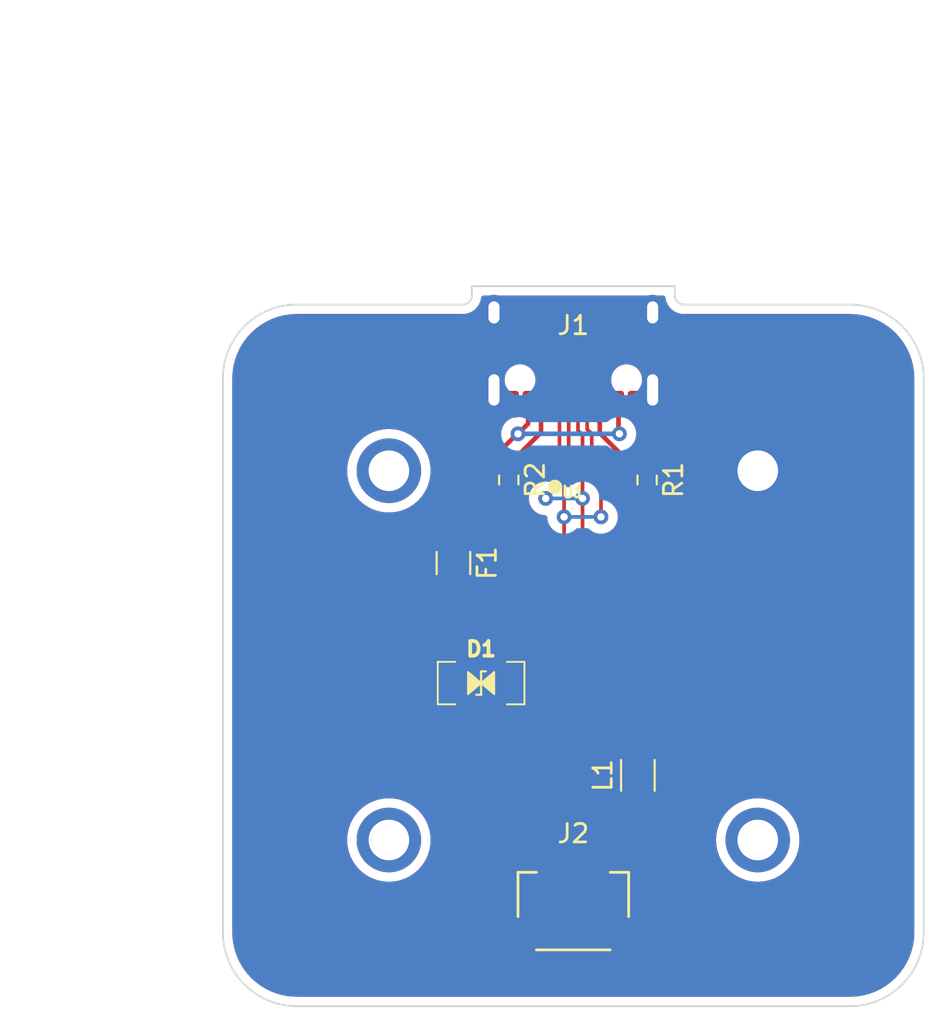
<source format=kicad_pcb>
(kicad_pcb (version 20211014) (generator pcbnew)
  (layers (0 "F.Cu" signal) (31 "B.Cu" signal) (34 "B.Paste" user) (35 "F.Paste" user) (36 "B.SilkS" user "B.Silkscreen") (37 "F.SilkS" user "F.Silkscreen") (38 "B.Mask" user) (39 "F.Mask" user) (44 "Edge.Cuts" user))
  (net 0 "")
  (net 1 "VCC")
  (net 2 "GNDPWR")
  (net 3 "VBUS")
  (net 4 "DA+")
  (net 5 "GND")
  (net 6 "DA-")
  (net 10 "Net-(J1-PadA5)")
  (net 11 "Net-(J1-PadB5)")
  (footprint "ai03 parts:Generic-Mounthole" (layer "F.Cu") (at 165 97)
    (fp_text reference "MH4")
    (fp_text value "Mount-M2")
    (pad "1" thru_hole circle locked (at 0 0) (size 3.5 3.5) (drill 2.2) (layers *.Cu *.Mask))
  )
  (footprint "ai03 parts:Generic-Mounthole" (layer "F.Cu") (at 145 97)
    (fp_text reference "MH3")
    (fp_text value "Mount-M2")
    (pad "1" thru_hole circle locked (at 0 0) (size 3.5 3.5) (drill 2.2) (layers *.Cu *.Mask))
  )
  (footprint "ai03 parts:Generic-Mounthole" (layer "F.Cu") (at 165 77)
    (fp_text reference "MH2")
    (fp_text value "Mount-M2")
    (pad "1" thru_hole circle locked (at 0 0) (size 3.5 3.5) (drill 2.2) (layers *.Cu *.Mask) (net 2 "GNDPWR"))
  )
  (footprint "Resistor_SMD:R_0603_1608Metric" (layer "F.Cu") (at 151.5 77.5 -90)
    (fp_text reference "R2" (at 0 -1.43 90) (layer "F.SilkS"))
    (fp_text value "5.1k")
    (fp_line (start -0.237258 -0.5225) (end 0.237258 -0.5225) (layer "F.SilkS") (width 0.12))
    (fp_line (start -0.237258 0.5225) (end 0.237258 0.5225) (layer "F.SilkS") (width 0.12))
    (pad "1" smd roundrect (at -0.825 0 270) (size 0.8 0.95) (layers "F.Cu" "F.Paste" "F.Mask") (net 11 "Net-(J1-PadB5)"))
    (pad "2" smd roundrect (at 0.825 0 270) (size 0.8 0.95) (layers "F.Cu" "F.Paste" "F.Mask") (net 2 "GNDPWR"))
  )
  (footprint "Acheron Connectors:TYPE-C-31-M-12" (layer "F.Cu") (at 155 74.1225 180)
    (fp_text reference "J1" (at 0 5) (layer "F.SilkS"))
    (fp_text value "TYPE-C-31-M12_13")
    (pad "" np_thru_hole circle locked (at 2.89 2.051 180) (size 0.65 0.65) (drill 0.65) (layers *.Cu *.Mask))
    (pad "" np_thru_hole circle locked (at -2.89 2.051 180) (size 0.65 0.65) (drill 0.65) (layers *.Cu *.Mask))
    (pad "A1" smd roundrect locked (at -3.25 0.725 180) (size 0.6 1.45) (layers "F.Cu" "F.Paste" "F.Mask") (net 2 "GNDPWR"))
    (pad "A4" smd roundrect locked (at -2.45 0.725 180) (size 0.6 1.45) (layers "F.Cu" "F.Paste" "F.Mask") (net 3 "VBUS"))
    (pad "A5" smd roundrect locked (at -1.25 0.725 180) (size 0.3 1.45) (layers "F.Cu" "F.Paste" "F.Mask") (net 10 "Net-(J1-PadA5)"))
    (pad "A6" smd roundrect locked (at -0.254 0.725 180) (size 0.3 1.45) (layers "F.Cu" "F.Paste" "F.Mask") (net 4 "DA+"))
    (pad "A7" smd roundrect locked (at 0.25 0.725 180) (size 0.3 1.45) (layers "F.Cu" "F.Paste" "F.Mask") (net 6 "DA-"))
    (pad "A8" smd roundrect locked (at 1.25 0.725 180) (size 0.3 1.45) (layers "F.Cu" "F.Paste" "F.Mask"))
    (pad "B1" smd roundrect locked (at 3.25 0.725 180) (size 0.6 1.45) (layers "F.Cu" "F.Paste" "F.Mask") (net 2 "GNDPWR"))
    (pad "B4" smd roundrect locked (at 2.45 0.725 180) (size 0.6 1.45) (layers "F.Cu" "F.Paste" "F.Mask") (net 3 "VBUS"))
    (pad "B5" smd roundrect locked (at 1.75 0.725 180) (size 0.3 1.45) (layers "F.Cu" "F.Paste" "F.Mask") (net 11 "Net-(J1-PadB5)"))
    (pad "B6" smd roundrect locked (at 0.75 0.725 180) (size 0.3 1.45) (layers "F.Cu" "F.Paste" "F.Mask") (net 4 "DA+"))
    (pad "B7" smd roundrect locked (at -0.75 0.725 180) (size 0.3 1.45) (layers "F.Cu" "F.Paste" "F.Mask") (net 6 "DA-"))
    (pad "B8" smd roundrect locked (at -1.75 0.725 180) (size 0.3 1.45) (layers "F.Cu" "F.Paste" "F.Mask"))
    (pad "S" thru_hole oval locked (at -4.3 5.7 180) (size 1.3 1.9) (drill oval 0.6 1.2) (layers *.Cu *.Mask) (net 2 "GNDPWR"))
    (pad "S" thru_hole oval locked (at 4.3 1.5 180) (size 1.1 2.2) (drill oval 0.6 1.7) (layers *.Cu *.Mask) (net 2 "GNDPWR"))
    (pad "S" thru_hole oval locked (at 4.3 5.7 180) (size 1.3 1.9) (drill oval 0.6 1.2) (layers *.Cu *.Mask) (net 2 "GNDPWR"))
    (pad "S" thru_hole oval locked (at -4.3 1.5 180) (size 1.1 2.2) (drill oval 0.6 1.7) (layers *.Cu *.Mask) (net 2 "GNDPWR"))
  )
  (footprint "Acheron Components:D_SOD-123_Bidirectional" (layer "F.Cu") (at 150 88.5 180)
    (fp_text reference "D1" (at 0 1.84193) (layer "F.SilkS") (effects (font (size 0.8 0.8) (thickness 0.2))))
    (fp_text value "D_TVS")
    (fp_line (start 2.35 1.15) (end 1.4 1.15) (layer "F.SilkS") (width 0.1016))
    (fp_line (start 2.35 -1.15) (end 1.4 -1.15) (layer "F.SilkS") (width 0.1016))
    (fp_line (start 0 0.635) (end -0.254 0.635) (layer "F.SilkS") (width 0.12))
    (fp_line (start -2.35 -1.15) (end -1.4 -1.15) (layer "F.SilkS") (width 0.1016))
    (fp_line (start 0 -0.635) (end 0.254 -0.635) (layer "F.SilkS") (width 0.12))
    (fp_line (start -2.35 1.15) (end -2.35 -1.15) (layer "F.SilkS") (width 0.1016))
    (fp_line (start 0 0.635) (end 0 -0.635) (layer "F.SilkS") (width 0.12))
    (fp_line (start 2.35 -1.15) (end 2.35 1.15) (layer "F.SilkS") (width 0.1016))
    (fp_line (start -2.35 1.15) (end -1.4 1.15) (layer "F.SilkS") (width 0.1016))
    (fp_poly (pts (xy 0 0) (xy 0.711 -0.6) (xy 0.711 0.6)) (layer "F.SilkS") (width 0.1) (fill solid))
    (fp_poly (pts (xy 0 0) (xy -0.711 0.6) (xy -0.711 -0.6)) (layer "F.SilkS") (width 0.1) (fill solid))
    (pad "1" smd roundrect locked (at -1.65 0 180) (size 1 1.2) (layers "F.Cu" "F.Paste" "F.Mask") (net 2 "GNDPWR"))
    (pad "2" smd roundrect locked (at 1.65 0 180) (size 1 1.2) (layers "F.Cu" "F.Paste" "F.Mask") (net 1 "VCC"))
  )
  (footprint "Fuse:Fuse_1206_3216Metric" (layer "F.Cu") (at 148.5 82 -90)
    (fp_text reference "F1" (at 0 -1.82 90) (layer "F.SilkS"))
    (fp_text value "Polyfuse")
    (fp_line (start -0.602064 -0.91) (end 0.602064 -0.91) (layer "F.SilkS") (width 0.12))
    (fp_line (start -0.602064 0.91) (end 0.602064 0.91) (layer "F.SilkS") (width 0.12))
    (pad "1" smd roundrect (at -1.4 0 270) (size 1.25 1.75) (layers "F.Cu" "F.Paste" "F.Mask") (roundrect_rratio 0.2) (net 3 "VBUS"))
    (pad "2" smd roundrect (at 1.4 0 270) (size 1.25 1.75) (layers "F.Cu" "F.Paste" "F.Mask") (roundrect_rratio 0.2) (net 1 "VCC"))
  )
  (footprint "ai03 parts:Generic-Mounthole" (layer "F.Cu") (at 145 77)
    (fp_text reference "MH1")
    (fp_text value "Mount-M2")
    (pad "1" thru_hole circle locked (at 0 0) (size 3.5 3.5) (drill 2.2) (layers *.Cu *.Mask))
  )
  (footprint "Resistor_SMD:R_0603_1608Metric" (layer "F.Cu") (at 159 77.5 -90)
    (fp_text reference "R1" (at 0 -1.43 90) (layer "F.SilkS"))
    (fp_text value "5.1k")
    (fp_line (start -0.237258 -0.5225) (end 0.237258 -0.5225) (layer "F.SilkS") (width 0.12))
    (fp_line (start -0.237258 0.5225) (end 0.237258 0.5225) (layer "F.SilkS") (width 0.12))
    (pad "1" smd roundrect (at -0.825 0 270) (size 0.8 0.95) (layers "F.Cu" "F.Paste" "F.Mask") (net 10 "Net-(J1-PadA5)"))
    (pad "2" smd roundrect (at 0.825 0 270) (size 0.8 0.95) (layers "F.Cu" "F.Paste" "F.Mask") (net 2 "GNDPWR"))
  )
  (footprint "Inductor_SMD:L_1206_3216Metric" (layer "F.Cu") (at 158.5 93.5 90)
    (fp_text reference "L1" (at 0 -1.9 90) (layer "F.SilkS"))
    (fp_text value "60R@100MHz")
    (fp_line (start -0.835242 0.91) (end 0.835242 0.91) (layer "F.SilkS") (width 0.12))
    (fp_line (start -0.835242 -0.91) (end 0.835242 -0.91) (layer "F.SilkS") (width 0.12))
    (pad "1" smd roundrect (at -1.575 0 90) (size 1.05 1.9) (layers "F.Cu" "F.Paste" "F.Mask") (roundrect_rratio 0.238095) (net 5 "GND"))
    (pad "2" smd roundrect (at 1.575 0 90) (size 1.05 1.9) (layers "F.Cu" "F.Paste" "F.Mask") (roundrect_rratio 0.238095) (net 2 "GNDPWR"))
  )
  (footprint "ai03 parts:JST-SR-4" (layer "F.Cu") (at 155 103.15)
    (fp_text reference "J2" (at 0 -6.5) (layer "F.SilkS"))
    (fp_text value "Conn_01x04")
    (fp_line (start 2 -4.4) (end 3 -4.4) (layer "F.SilkS") (width 0.15))
    (fp_line (start 3 -4.4) (end 3 -2) (layer "F.SilkS") (width 0.15))
    (fp_line (start 2 -0.2) (end -2 -0.2) (layer "F.SilkS") (width 0.15))
    (fp_line (start -3 -4.4) (end -2 -4.4) (layer "F.SilkS") (width 0.15))
    (fp_line (start -3 -2) (end -3 -4.4) (layer "F.SilkS") (width 0.15))
    (pad "" smd rect locked (at -2.8 -0.9) (size 1.2 1.8) (layers "F.Cu" "F.Paste" "F.Mask"))
    (pad "" smd rect locked (at 2.8 -0.9) (size 1.2 1.8) (layers "F.Cu" "F.Paste" "F.Mask"))
    (pad "1" smd rect locked (at -1.5 -4.775) (size 0.6 1.55) (layers "F.Cu" "F.Paste" "F.Mask") (net 1 "VCC"))
    (pad "2" smd rect locked (at -0.5 -4.775) (size 0.6 1.55) (layers "F.Cu" "F.Paste" "F.Mask") (net 6 "DA-"))
    (pad "3" smd rect locked (at 0.5 -4.775) (size 0.6 1.55) (layers "F.Cu" "F.Paste" "F.Mask") (net 4 "DA+"))
    (pad "4" smd rect locked (at 1.5 -4.775) (size 0.6 1.55) (layers "F.Cu" "F.Paste" "F.Mask") (net 5 "GND"))
  )
  (footprint "Acheron Components:USON-10_2.5x1.0mm_P0.5mm" (layer "F.Cu") (at 155 76.885 90)
    (fp_text reference "U1" (at -1.274 0) (layer "F.SilkS") (effects (font (size 0.6 0.6))))
    (fp_text value "TPD4E05U06DQAR" hide)
    (fp_circle (center -1 -1) (end -1 -1) (layer "F.SilkS") (width 0.4) (fill none))
    (pad "1" smd roundrect locked (at -0.385 -1) (size 0.25 0.55) (layers "F.Cu" "F.Paste" "F.Mask") (roundrect_rratio 0.5) (net 4 "DA+"))
    (pad "2" smd rect locked (at -0.385 -0.5) (size 0.25 0.55) (layers "F.Cu" "F.Paste" "F.Mask") (net 6 "DA-"))
    (pad "3" smd rect locked (at -0.385 0) (size 0.3 0.55) (layers "F.Cu" "F.Paste" "F.Mask") (net 2 "GNDPWR"))
    (pad "4" smd rect locked (at -0.385 0.5) (size 0.25 0.55) (layers "F.Cu" "F.Paste" "F.Mask") (net 4 "DA+"))
    (pad "5" smd rect locked (at -0.385 1) (size 0.25 0.55) (layers "F.Cu" "F.Paste" "F.Mask") (net 6 "DA-"))
    (pad "6" smd rect locked (at 0.385 1) (size 0.25 0.55) (layers "F.Cu" "F.Paste" "F.Mask") (net 6 "DA-"))
    (pad "7" smd rect locked (at 0.385 0.5) (size 0.25 0.55) (layers "F.Cu" "F.Paste" "F.Mask") (net 4 "DA+"))
    (pad "8" smd rect locked (at 0.385 0) (size 0.3 0.55) (layers "F.Cu" "F.Paste" "F.Mask") (net 2 "GNDPWR"))
    (pad "9" smd rect locked (at 0.385 -0.5) (size 0.25 0.55) (layers "F.Cu" "F.Paste" "F.Mask") (net 6 "DA-"))
    (pad "10" smd rect locked (at 0.385 -1) (size 0.25 0.55) (layers "F.Cu" "F.Paste" "F.Mask") (net 4 "DA+"))
  )
  (gr_line (start 149 68) (end 140 68) (layer "Edge.Cuts") (width 0.1))
  (gr_arc (start 174 102) (mid 172.828427 104.828427) (end 170 106) (layer "Edge.Cuts") (width 0.1))
  (gr_line (start 149.5 67) (end 160.5 67) (layer "Edge.Cuts") (width 0.1))
  (gr_line (start 136 72) (end 136 102) (layer "Edge.Cuts") (width 0.1))
  (gr_arc (start 149.5 67.5) (mid 149.353553 67.853553) (end 149 68) (layer "Edge.Cuts") (width 0.1))
  (gr_arc (start 170 68) (mid 172.828427 69.171573) (end 174 72) (layer "Edge.Cuts") (width 0.1))
  (gr_line (start 170 68) (end 161 68) (layer "Edge.Cuts") (width 0.1))
  (gr_line (start 160.5 67) (end 160.5 67.5) (layer "Edge.Cuts") (width 0.1))
  (gr_arc (start 136 72) (mid 137.171573 69.171573) (end 140 68) (layer "Edge.Cuts") (width 0.1))
  (gr_line (start 174 72) (end 174 102) (layer "Edge.Cuts") (width 0.1))
  (gr_line (start 149.5 67) (end 149.5 67.5) (layer "Edge.Cuts") (width 0.1))
  (gr_arc (start 140 106) (mid 137.171573 104.828427) (end 136 102) (layer "Edge.Cuts") (width 0.1))
  (gr_line (start 140 106) (end 170 106) (layer "Edge.Cuts") (width 0.1))
  (gr_arc (start 161 68) (mid 160.646447 67.853553) (end 160.5 67.5) (layer "Edge.Cuts") (width 0.1))
  (segment (start 148.35 88.5) (end 148.35 83.55) (width 0.25) (layer "F.Cu") (net 1))
  (segment (start 153.5 98.375) (end 153.5 93.65) (width 0.25) (layer "F.Cu") (net 1))
  (segment (start 153.5 93.65) (end 148.35 88.5) (width 0.25) (layer "F.Cu") (net 1))
  (segment (start 148.35 83.55) (end 148.5 83.4) (width 0.25) (layer "F.Cu") (net 1))
  (segment (start 151.958217 75) (end 152 75) (width 0.25) (layer "F.Cu") (net 3))
  (segment (start 157.45 74.95) (end 157.5 75) (width 0.25) (layer "F.Cu") (net 3))
  (segment (start 157.45 73.3975) (end 157.45 74.95) (width 0.25) (layer "F.Cu") (net 3))
  (segment (start 148.5 78.458217) (end 151.958217 75) (width 0.25) (layer "F.Cu") (net 3))
  (segment (start 152.55 74.45) (end 152.55 73.3975) (width 0.25) (layer "F.Cu") (net 3))
  (segment (start 148.5 80.6) (end 148.5 78.458217) (width 0.25) (layer "F.Cu") (net 3))
  (segment (start 152 75) (end 152.55 74.45) (width 0.25) (layer "F.Cu") (net 3))
  (via (at 152 75) (size 0.8) (drill 0.4) (layers "F.Cu" "B.Cu") (net 3))
  (via (at 157.5 75) (size 0.8) (drill 0.4) (layers "F.Cu" "B.Cu") (net 3))
  (segment (start 157.5 75) (end 152 75) (width 0.25) (layer "B.Cu") (net 3))
  (segment (start 154 78) (end 153.5 78.5) (width 0.2) (layer "F.Cu") (net 4))
  (segment (start 155.5 78.5) (end 155.5 76.5) (width 0.2) (layer "F.Cu") (net 4))
  (segment (start 154 77.27) (end 154 78) (width 0.2) (layer "F.Cu") (net 4))
  (segment (start 154 75.910972) (end 154 77.27) (width 0.2) (layer "F.Cu") (net 4))
  (segment (start 155.5 76.5) (end 155.5 75.065006) (width 0.2) (layer "F.Cu") (net 4))
  (segment (start 154.25 73.3975) (end 154.25 75.660972) (width 0.2) (layer "F.Cu") (net 4))
  (segment (start 155.254 74.819006) (end 155.254 73.3975) (width 0.2) (layer "F.Cu") (net 4))
  (segment (start 155.5 75.065006) (end 155.254 74.819006) (width 0.2) (layer "F.Cu") (net 4))
  (segment (start 155.5 98.375) (end 155.5 78.5) (width 0.2) (layer "F.Cu") (net 4))
  (segment (start 154.25 75.660972) (end 154 75.910972) (width 0.2) (layer "F.Cu") (net 4))
  (via (at 155.5 78.5) (size 0.8) (drill 0.4) (layers "F.Cu" "B.Cu") (net 4))
  (via (at 153.5 78.5) (size 0.8) (drill 0.4) (layers "F.Cu" "B.Cu") (net 4))
  (segment (start 153.5 78.5) (end 155.5 78.5) (width 0.2) (layer "B.Cu") (net 4))
  (segment (start 156.5 98.375) (end 156.5 97.075) (width 0.25) (layer "F.Cu") (net 5))
  (segment (start 156.5 97.075) (end 158.5 95.075) (width 0.25) (layer "F.Cu") (net 5))
  (segment (start 154.75 73.3975) (end 154.75 75.725978) (width 0.2) (layer "F.Cu") (net 6))
  (segment (start 154.75 75.725978) (end 154.5 75.975978) (width 0.2) (layer "F.Cu") (net 6))
  (segment (start 156.5 77.77) (end 156.5 79.5) (width 0.2) (layer "F.Cu") (net 6))
  (segment (start 156 77.27) (end 156 76.5) (width 0.2) (layer "F.Cu") (net 6))
  (segment (start 156 75) (end 156 76.5) (width 0.2) (layer "F.Cu") (net 6))
  (segment (start 154.5 75.975978) (end 154.5 76.5) (width 0.2) (layer "F.Cu") (net 6))
  (segment (start 155.75 74.75) (end 156 75) (width 0.2) (layer "F.Cu") (net 6))
  (segment (start 154.5 76.5) (end 154.5 77.27) (width 0.2) (layer "F.Cu") (net 6))
  (segment (start 154.5 98.375) (end 154.5 79.5) (width 0.2) (layer "F.Cu") (net 6))
  (segment (start 156 77.27) (end 156.5 77.77) (width 0.2) (layer "F.Cu") (net 6))
  (segment (start 155.75 73.3975) (end 155.75 74.75) (width 0.2) (layer "F.Cu") (net 6))
  (segment (start 154.5 79.5) (end 154.5 76.5) (width 0.2) (layer "F.Cu") (net 6))
  (via (at 156.5 79.5) (size 0.8) (drill 0.4) (layers "F.Cu" "B.Cu") (net 6))
  (via (at 154.5 79.5) (size 0.8) (drill 0.4) (layers "F.Cu" "B.Cu") (net 6))
  (segment (start 156.5 79.5) (end 154.5 79.5) (width 0.2) (layer "B.Cu") (net 6))
  (segment (start 156.434505 74.959119) (end 156.434505 74.372011) (width 0.25) (layer "F.Cu") (net 10))
  (segment (start 159 76.675) (end 158.150386 76.675) (width 0.25) (layer "F.Cu") (net 10))
  (segment (start 156.434505 74.372011) (end 156.25 74.187506) (width 0.25) (layer "F.Cu") (net 10))
  (segment (start 156.25 74.187506) (end 156.25 73.3975) (width 0.25) (layer "F.Cu") (net 10))
  (segment (start 158.150386 76.675) (end 156.434505 74.959119) (width 0.25) (layer "F.Cu") (net 10))
  (segment (start 153.25 74.925) (end 151.5 76.675) (width 0.25) (layer "F.Cu") (net 11))
  (segment (start 153.25 73.3975) (end 153.25 74.925) (width 0.25) (layer "F.Cu") (net 11))
  (zone (net 2) (net_name "GNDPWR") (layer "F.Cu") (connect_pads yes (clearance 0.508)) (min_thickness 0.254) (fill yes (thermal_gap 0.508) (thermal_bridge_width 0.508))
    (polygon (pts (xy 175.5 107) (xy 133.5 107) (xy 133.5 66.5) (xy 175.5 66.5)))
  )
  (zone (net 2) (net_name "GNDPWR") (layer "B.Cu") (connect_pads yes (clearance 0.508)) (min_thickness 0.254) (fill yes (thermal_gap 0.508) (thermal_bridge_width 0.508))
    (polygon (pts (xy 175.5 107) (xy 133.5 107) (xy 133.5 66.5) (xy 175.5 66.5)))
  )
)
</source>
